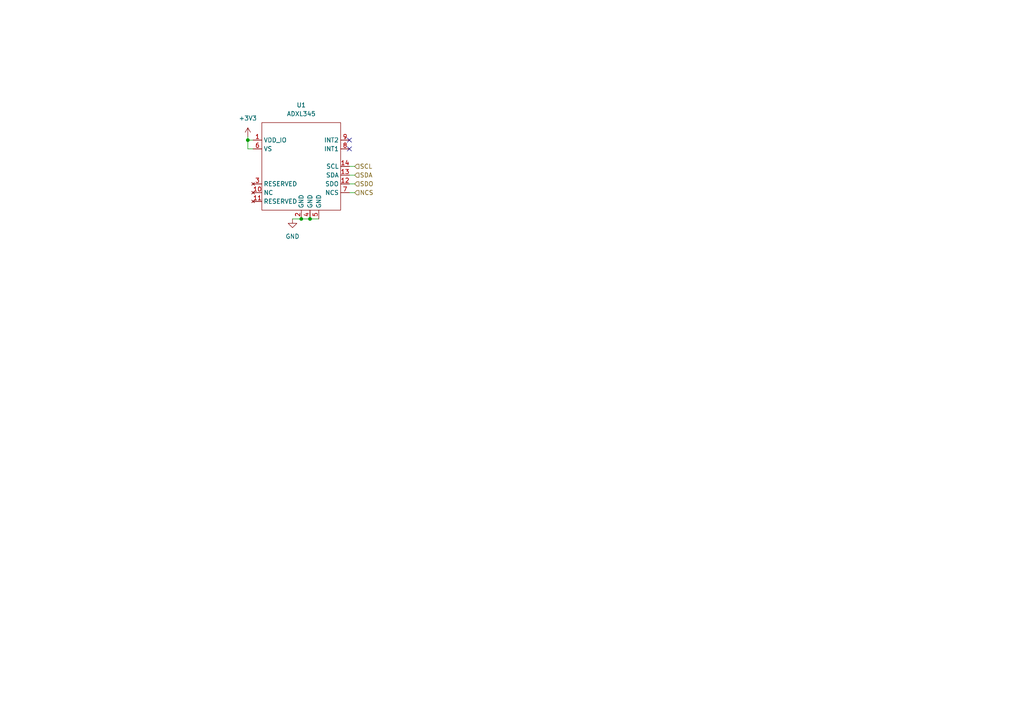
<source format=kicad_sch>
(kicad_sch (version 20211123) (generator eeschema)

  (uuid c04a6647-5c0f-4a33-868a-2808e071b138)

  (paper "A4")

  (lib_symbols
    (symbol "Custom:ADXL345" (in_bom yes) (on_board yes)
      (property "Reference" "U" (id 0) (at 0 0 0)
        (effects (font (size 1.27 1.27)))
      )
      (property "Value" "ADXL345" (id 1) (at 0 -2.54 0)
        (effects (font (size 1.27 1.27)))
      )
      (property "Footprint" "Package_LGA:LGA-14_3x5mm_P0.8mm_LayoutBorder1x6y" (id 2) (at 0 0 0)
        (effects (font (size 1.27 1.27)) hide)
      )
      (property "Datasheet" "" (id 3) (at 0 0 0)
        (effects (font (size 1.27 1.27)) hide)
      )
      (symbol "ADXL345_0_1"
        (rectangle (start -11.43 -3.81) (end 11.43 -29.21)
          (stroke (width 0) (type default) (color 0 0 0 0))
          (fill (type none))
        )
      )
      (symbol "ADXL345_1_1"
        (pin power_in line (at -13.97 -8.89 0) (length 2.54)
          (name "VDD_IO" (effects (font (size 1.27 1.27))))
          (number "1" (effects (font (size 1.27 1.27))))
        )
        (pin no_connect line (at -13.97 -24.13 0) (length 2.54)
          (name "NC" (effects (font (size 1.27 1.27))))
          (number "10" (effects (font (size 1.27 1.27))))
        )
        (pin no_connect line (at -13.97 -26.67 0) (length 2.54)
          (name "RESERVED" (effects (font (size 1.27 1.27))))
          (number "11" (effects (font (size 1.27 1.27))))
        )
        (pin output line (at 13.97 -21.59 180) (length 2.54)
          (name "SDO" (effects (font (size 1.27 1.27))))
          (number "12" (effects (font (size 1.27 1.27))))
        )
        (pin bidirectional line (at 13.97 -19.05 180) (length 2.54)
          (name "SDA" (effects (font (size 1.27 1.27))))
          (number "13" (effects (font (size 1.27 1.27))))
        )
        (pin bidirectional line (at 13.97 -16.51 180) (length 2.54)
          (name "SCL" (effects (font (size 1.27 1.27))))
          (number "14" (effects (font (size 1.27 1.27))))
        )
        (pin power_in line (at 0 -31.75 90) (length 2.54)
          (name "GND" (effects (font (size 1.27 1.27))))
          (number "2" (effects (font (size 1.27 1.27))))
        )
        (pin no_connect line (at -13.97 -21.59 0) (length 2.54)
          (name "RESERVED" (effects (font (size 1.27 1.27))))
          (number "3" (effects (font (size 1.27 1.27))))
        )
        (pin power_in line (at 2.54 -31.75 90) (length 2.54)
          (name "GND" (effects (font (size 1.27 1.27))))
          (number "4" (effects (font (size 1.27 1.27))))
        )
        (pin power_in line (at 5.08 -31.75 90) (length 2.54)
          (name "GND" (effects (font (size 1.27 1.27))))
          (number "5" (effects (font (size 1.27 1.27))))
        )
        (pin power_in line (at -13.97 -11.43 0) (length 2.54)
          (name "VS" (effects (font (size 1.27 1.27))))
          (number "6" (effects (font (size 1.27 1.27))))
        )
        (pin input line (at 13.97 -24.13 180) (length 2.54)
          (name "NCS" (effects (font (size 1.27 1.27))))
          (number "7" (effects (font (size 1.27 1.27))))
        )
        (pin output line (at 13.97 -11.43 180) (length 2.54)
          (name "INT1" (effects (font (size 1.27 1.27))))
          (number "8" (effects (font (size 1.27 1.27))))
        )
        (pin output line (at 13.97 -8.89 180) (length 2.54)
          (name "INT2" (effects (font (size 1.27 1.27))))
          (number "9" (effects (font (size 1.27 1.27))))
        )
      )
    )
    (symbol "power:+3V3" (power) (pin_names (offset 0)) (in_bom yes) (on_board yes)
      (property "Reference" "#PWR" (id 0) (at 0 -3.81 0)
        (effects (font (size 1.27 1.27)) hide)
      )
      (property "Value" "+3V3" (id 1) (at 0 3.556 0)
        (effects (font (size 1.27 1.27)))
      )
      (property "Footprint" "" (id 2) (at 0 0 0)
        (effects (font (size 1.27 1.27)) hide)
      )
      (property "Datasheet" "" (id 3) (at 0 0 0)
        (effects (font (size 1.27 1.27)) hide)
      )
      (property "ki_keywords" "power-flag" (id 4) (at 0 0 0)
        (effects (font (size 1.27 1.27)) hide)
      )
      (property "ki_description" "Power symbol creates a global label with name \"+3V3\"" (id 5) (at 0 0 0)
        (effects (font (size 1.27 1.27)) hide)
      )
      (symbol "+3V3_0_1"
        (polyline
          (pts
            (xy -0.762 1.27)
            (xy 0 2.54)
          )
          (stroke (width 0) (type default) (color 0 0 0 0))
          (fill (type none))
        )
        (polyline
          (pts
            (xy 0 0)
            (xy 0 2.54)
          )
          (stroke (width 0) (type default) (color 0 0 0 0))
          (fill (type none))
        )
        (polyline
          (pts
            (xy 0 2.54)
            (xy 0.762 1.27)
          )
          (stroke (width 0) (type default) (color 0 0 0 0))
          (fill (type none))
        )
      )
      (symbol "+3V3_1_1"
        (pin power_in line (at 0 0 90) (length 0) hide
          (name "+3V3" (effects (font (size 1.27 1.27))))
          (number "1" (effects (font (size 1.27 1.27))))
        )
      )
    )
    (symbol "power:GND" (power) (pin_names (offset 0)) (in_bom yes) (on_board yes)
      (property "Reference" "#PWR" (id 0) (at 0 -6.35 0)
        (effects (font (size 1.27 1.27)) hide)
      )
      (property "Value" "GND" (id 1) (at 0 -3.81 0)
        (effects (font (size 1.27 1.27)))
      )
      (property "Footprint" "" (id 2) (at 0 0 0)
        (effects (font (size 1.27 1.27)) hide)
      )
      (property "Datasheet" "" (id 3) (at 0 0 0)
        (effects (font (size 1.27 1.27)) hide)
      )
      (property "ki_keywords" "power-flag" (id 4) (at 0 0 0)
        (effects (font (size 1.27 1.27)) hide)
      )
      (property "ki_description" "Power symbol creates a global label with name \"GND\" , ground" (id 5) (at 0 0 0)
        (effects (font (size 1.27 1.27)) hide)
      )
      (symbol "GND_0_1"
        (polyline
          (pts
            (xy 0 0)
            (xy 0 -1.27)
            (xy 1.27 -1.27)
            (xy 0 -2.54)
            (xy -1.27 -1.27)
            (xy 0 -1.27)
          )
          (stroke (width 0) (type default) (color 0 0 0 0))
          (fill (type none))
        )
      )
      (symbol "GND_1_1"
        (pin power_in line (at 0 0 270) (length 0) hide
          (name "GND" (effects (font (size 1.27 1.27))))
          (number "1" (effects (font (size 1.27 1.27))))
        )
      )
    )
  )

  (junction (at 89.916 63.5) (diameter 0) (color 0 0 0 0)
    (uuid 1e0fb4e0-9802-43a2-b7ce-4c1e8de319da)
  )
  (junction (at 71.882 40.64) (diameter 0) (color 0 0 0 0)
    (uuid 25f57aec-5abc-44e7-998b-8937423794df)
  )
  (junction (at 87.376 63.5) (diameter 0) (color 0 0 0 0)
    (uuid b1119faf-cc98-43bb-9fd7-50e84bc162b2)
  )

  (no_connect (at 101.346 43.18) (uuid 52dc5fc1-f8ba-4f31-9936-7b4390dee4c6))
  (no_connect (at 101.346 40.64) (uuid e06992fb-1561-4a55-a2d9-348d55c4ce5b))

  (wire (pts (xy 101.346 53.34) (xy 102.87 53.34))
    (stroke (width 0) (type default) (color 0 0 0 0))
    (uuid 154f6219-2ac3-431f-9c5a-1803c4556423)
  )
  (wire (pts (xy 101.346 55.88) (xy 102.87 55.88))
    (stroke (width 0) (type default) (color 0 0 0 0))
    (uuid 28aae82c-bb2f-4225-b4fa-77176022e8c0)
  )
  (wire (pts (xy 101.346 48.26) (xy 102.87 48.26))
    (stroke (width 0) (type default) (color 0 0 0 0))
    (uuid 2eb9e637-1784-433a-86ff-83bf05adb9da)
  )
  (wire (pts (xy 71.882 40.64) (xy 73.406 40.64))
    (stroke (width 0) (type default) (color 0 0 0 0))
    (uuid 3255a4d1-6ce1-4b1c-a20b-feb744db8014)
  )
  (wire (pts (xy 89.916 63.5) (xy 92.456 63.5))
    (stroke (width 0) (type default) (color 0 0 0 0))
    (uuid 34c050d7-def6-4e2d-9dc5-aaa7216a3ef6)
  )
  (wire (pts (xy 101.346 50.8) (xy 102.87 50.8))
    (stroke (width 0) (type default) (color 0 0 0 0))
    (uuid 37c785ba-f631-4408-add1-dce5664f761e)
  )
  (wire (pts (xy 71.882 39.624) (xy 71.882 40.64))
    (stroke (width 0) (type default) (color 0 0 0 0))
    (uuid 39b37d86-e8ac-4aab-be59-c78e457b51c8)
  )
  (wire (pts (xy 84.836 63.5) (xy 87.376 63.5))
    (stroke (width 0) (type default) (color 0 0 0 0))
    (uuid 413f73c2-c109-4d6d-84d5-247cb576975b)
  )
  (wire (pts (xy 87.376 63.5) (xy 89.916 63.5))
    (stroke (width 0) (type default) (color 0 0 0 0))
    (uuid 6cbd8d1d-0db9-4900-beda-24aa121920fb)
  )
  (wire (pts (xy 71.882 43.18) (xy 73.406 43.18))
    (stroke (width 0) (type default) (color 0 0 0 0))
    (uuid b8d3ab7c-fd99-4dae-9552-9879b1d4ee82)
  )
  (wire (pts (xy 71.882 40.64) (xy 71.882 43.18))
    (stroke (width 0) (type default) (color 0 0 0 0))
    (uuid d9c59726-2fba-4e6d-b576-837907270508)
  )

  (hierarchical_label "SDO" (shape input) (at 102.87 53.34 0)
    (effects (font (size 1.27 1.27)) (justify left))
    (uuid a28dbc6b-b2f3-42ec-809b-800171f6be3c)
  )
  (hierarchical_label "SDA" (shape input) (at 102.87 50.8 0)
    (effects (font (size 1.27 1.27)) (justify left))
    (uuid ad44f15e-3aa6-4136-8abe-1248d4d008b2)
  )
  (hierarchical_label "SCL" (shape input) (at 102.87 48.26 0)
    (effects (font (size 1.27 1.27)) (justify left))
    (uuid b6317dcb-d037-4311-ab61-ff3098c14df3)
  )
  (hierarchical_label "NCS" (shape input) (at 102.87 55.88 0)
    (effects (font (size 1.27 1.27)) (justify left))
    (uuid c56c672b-1c84-4097-ac9a-89d7665771ad)
  )

  (symbol (lib_id "power:GND") (at 84.836 63.5 0) (unit 1)
    (in_bom yes) (on_board yes) (fields_autoplaced)
    (uuid 3854fa3f-0b4e-46ab-b83d-f3ccd5a9f248)
    (property "Reference" "#PWR0115" (id 0) (at 84.836 69.85 0)
      (effects (font (size 1.27 1.27)) hide)
    )
    (property "Value" "GND" (id 1) (at 84.836 68.58 0))
    (property "Footprint" "" (id 2) (at 84.836 63.5 0)
      (effects (font (size 1.27 1.27)) hide)
    )
    (property "Datasheet" "" (id 3) (at 84.836 63.5 0)
      (effects (font (size 1.27 1.27)) hide)
    )
    (pin "1" (uuid 3b43b22d-448e-4251-a46d-2d70fca52d1f))
  )

  (symbol (lib_id "Custom:ADXL345") (at 87.376 31.75 0) (unit 1)
    (in_bom yes) (on_board yes) (fields_autoplaced)
    (uuid 669e893f-6838-497e-bb80-755c21299c7e)
    (property "Reference" "U1" (id 0) (at 87.376 30.48 0))
    (property "Value" "ADXL345" (id 1) (at 87.376 33.02 0))
    (property "Footprint" "Package_LGA:LGA-14_3x5mm_P0.8mm_LayoutBorder1x6y" (id 2) (at 87.376 31.75 0)
      (effects (font (size 1.27 1.27)) hide)
    )
    (property "Datasheet" "" (id 3) (at 87.376 31.75 0)
      (effects (font (size 1.27 1.27)) hide)
    )
    (pin "1" (uuid 21424dbf-b119-407e-8df5-cc1f73ae8868))
    (pin "10" (uuid e9d0c916-4098-4055-b6b2-49f5e227b8f7))
    (pin "11" (uuid f164ba29-4ecd-42bd-87bd-6389d5c056d4))
    (pin "12" (uuid 3d02346f-fe98-42e8-a5b9-a51aefea3732))
    (pin "13" (uuid 64674472-7255-4e32-95b9-3710aa879731))
    (pin "14" (uuid ee3784d0-e1a7-46f2-84b4-247566b0662d))
    (pin "2" (uuid 00d28860-17a0-415c-a1b6-46ee9014c3f5))
    (pin "3" (uuid d6cde0b4-dd93-4f59-aac6-b0a718f7cfb8))
    (pin "4" (uuid 06b7f067-a804-4c85-bb2a-6123c99eec0d))
    (pin "5" (uuid 4f949131-8ae7-4a48-8f9e-35bdde503b59))
    (pin "6" (uuid 63ad7c7d-f2af-4279-b6f0-00964fb4d51c))
    (pin "7" (uuid eabba2b8-8211-4b98-87dc-1480ac2d27c3))
    (pin "8" (uuid 02cd4f64-27a5-447e-9202-4d96d3e3500e))
    (pin "9" (uuid 69aec996-1205-43ff-bce3-1314b641e542))
  )

  (symbol (lib_id "power:+3V3") (at 71.882 39.624 0) (unit 1)
    (in_bom yes) (on_board yes) (fields_autoplaced)
    (uuid 87c1a798-1705-4e5a-b365-1e75179d784a)
    (property "Reference" "#PWR0114" (id 0) (at 71.882 43.434 0)
      (effects (font (size 1.27 1.27)) hide)
    )
    (property "Value" "+3V3" (id 1) (at 71.882 34.29 0))
    (property "Footprint" "" (id 2) (at 71.882 39.624 0)
      (effects (font (size 1.27 1.27)) hide)
    )
    (property "Datasheet" "" (id 3) (at 71.882 39.624 0)
      (effects (font (size 1.27 1.27)) hide)
    )
    (pin "1" (uuid 9c8cbbbf-1fc1-437b-b350-6ec5a8046bd4))
  )
)

</source>
